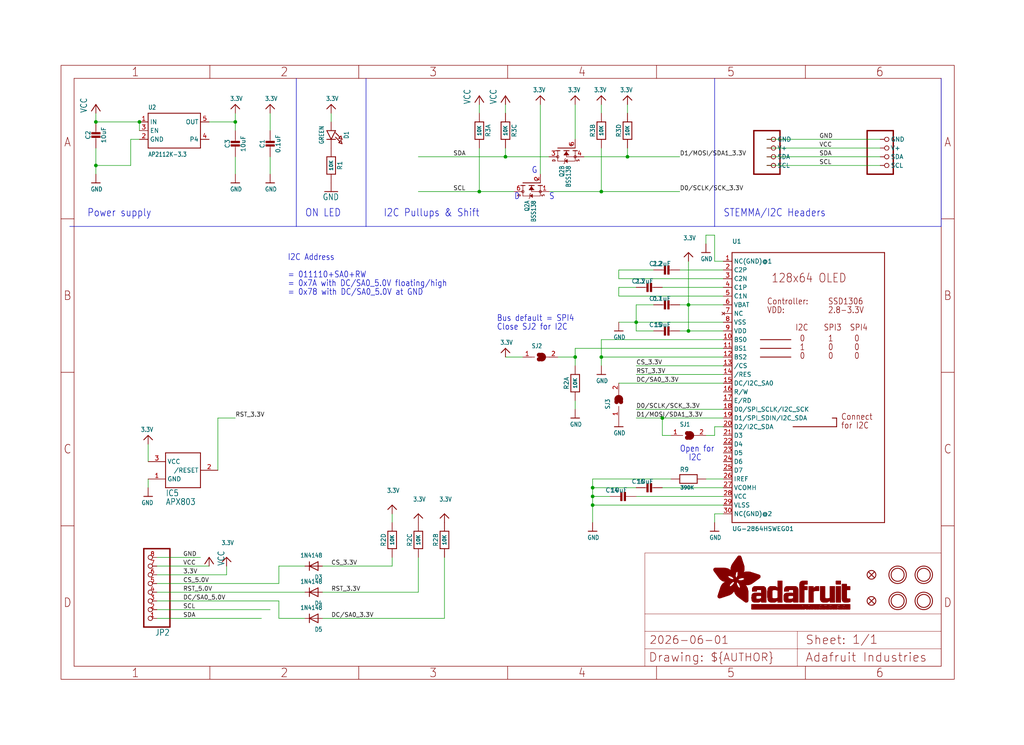
<source format=kicad_sch>
(kicad_sch (version 20230121) (generator eeschema)
  (paper "User" 298.45 217.322)
  (lib_symbols
    (symbol "working-eagle-import:3.3V" (power)
      (property "Value" "3.3V" (at -1.524 1.016 0))
      (symbol "3.3V_1_0"
        (pin power_in line (at 0 -2.54 90) (length 2.54) (name "3.3V") (number "1"))
      )
    )
    (symbol "working-eagle-import:AXP083-SAG"
      (property "Reference" "IC" (at -5.08 -7.62 0))
      (symbol "AXP083-SAG_1_0"
        (pin power_in line (at -10.16 -2.54 0) (length 5.08) (name "GND") (number "1"))
        (pin output line (at 10.16 0 180) (length 5.08) (name "/RESET") (number "2"))
        (pin power_in line (at -10.16 2.54 0) (length 5.08) (name "VCC") (number "3"))
      )
    )
    (symbol "working-eagle-import:CAP_CERAMIC0603_NO"
      (property "Reference" "C" (at -2.29 1.25 90))
      (symbol "CAP_CERAMIC0603_NO_1_0"
        (pin passive line (at 0 5.08 270) (length 2.54) (name "1") (number "1"))
        (pin passive line (at 0 -2.54 90) (length 2.54) (name "2") (number "2"))
      )
    )
    (symbol "working-eagle-import:CAP_CERAMIC0805-NOOUTLINE"
      (property "Reference" "C" (at -2.29 1.25 90))
      (symbol "CAP_CERAMIC0805-NOOUTLINE_1_0"
        (pin passive line (at 0 5.08 270) (length 2.54) (name "1") (number "1"))
        (pin passive line (at 0 -2.54 90) (length 2.54) (name "2") (number "2"))
      )
    )
    (symbol "working-eagle-import:DIODESOD-323"
      (property "Reference" "D" (at 0 2.54 0))
      (symbol "DIODESOD-323_1_0"
        (pin passive line (at -2.54 0 0) (length 2.54) (name "A") (number "A"))
        (pin passive line (at 2.54 0 180) (length 2.54) (name "C") (number "C"))
      )
    )
    (symbol "working-eagle-import:DISP_OLED_UG-2864HSWEG010.96{dblquote}"
      (property "Reference" "U" (at -22.86 40.64 0))
      (symbol "DISP_OLED_UG-2864HSWEG010.96{dblquote}_1_0"
        (text "0" (at -3.175 6.985 0) (effects (font (size 1.778 1.5113)) (justify left bottom)))
        (text "0" (at -3.175 12.065 0) (effects (font (size 1.778 1.5113)) (justify left bottom)))
        (text "0" (at 5.08 6.985 0) (effects (font (size 1.778 1.5113)) (justify left bottom)))
        (text "0" (at 5.08 9.525 0) (effects (font (size 1.778 1.5113)) (justify left bottom)))
        (text "0" (at 12.7 6.985 0) (effects (font (size 1.778 1.5113)) (justify left bottom)))
        (text "0" (at 12.7 9.525 0) (effects (font (size 1.778 1.5113)) (justify left bottom)))
        (text "0" (at 12.7 12.065 0) (effects (font (size 1.778 1.5113)) (justify left bottom)))
        (text "1" (at -3.175 9.525 0) (effects (font (size 1.778 1.5113)) (justify left bottom)))
        (text "1" (at 5.08 12.065 0) (effects (font (size 1.778 1.5113)) (justify left bottom)))
        (text "128x64 OLED" (at -11.43 29.21 0) (effects (font (size 2.54 2.159)) (justify left bottom)))
        (text "2.8-3.3V" (at 5.08 20.32 0) (effects (font (size 1.778 1.5113)) (justify left bottom)))
        (text "Connect" (at 8.89 -10.795 0) (effects (font (size 1.778 1.5113)) (justify left bottom)))
        (text "Controller:" (at -12.7 22.86 0) (effects (font (size 1.778 1.5113)) (justify left bottom)))
        (text "for I2C" (at 8.89 -13.335 0) (effects (font (size 1.778 1.5113)) (justify left bottom)))
        (text "I2C" (at -4.445 15.24 0) (effects (font (size 1.778 1.5113)) (justify left bottom)))
        (text "SPI3" (at 3.81 15.24 0) (effects (font (size 1.778 1.5113)) (justify left bottom)))
        (text "SPI4" (at 11.43 15.24 0) (effects (font (size 1.778 1.5113)) (justify left bottom)))
        (text "SSD1306" (at 5.08 22.86 0) (effects (font (size 1.778 1.5113)) (justify left bottom)))
        (text "VDD:" (at -12.7 20.32 0) (effects (font (size 1.778 1.5113)) (justify left bottom)))
        (pin input line (at -25.4 35.56 0) (length 2.54) (name "NC(GND)@1") (number "1"))
        (pin input line (at -25.4 12.7 0) (length 2.54) (name "BS0") (number "10"))
        (pin input line (at -25.4 10.16 0) (length 2.54) (name "BS1") (number "11"))
        (pin input line (at -25.4 7.62 0) (length 2.54) (name "BS2") (number "12"))
        (pin input line (at -25.4 5.08 0) (length 2.54) (name "/CS") (number "13"))
        (pin input line (at -25.4 2.54 0) (length 2.54) (name "/RES") (number "14"))
        (pin input line (at -25.4 0 0) (length 2.54) (name "DC/I2C_SA0") (number "15"))
        (pin input line (at -25.4 -2.54 0) (length 2.54) (name "R/W") (number "16"))
        (pin input line (at -25.4 -5.08 0) (length 2.54) (name "E/RD") (number "17"))
        (pin bidirectional line (at -25.4 -7.62 0) (length 2.54) (name "D0/SPI_SCLK/I2C_SCK") (number "18"))
        (pin bidirectional line (at -25.4 -10.16 0) (length 2.54) (name "D1/SPI_SDIN/I2C_SDA") (number "19"))
        (pin input line (at -25.4 33.02 0) (length 2.54) (name "C2P") (number "2"))
        (pin bidirectional line (at -25.4 -12.7 0) (length 2.54) (name "D2/I2C_SDA") (number "20"))
        (pin bidirectional line (at -25.4 -15.24 0) (length 2.54) (name "D3") (number "21"))
        (pin bidirectional line (at -25.4 -17.78 0) (length 2.54) (name "D4") (number "22"))
        (pin bidirectional line (at -25.4 -20.32 0) (length 2.54) (name "D5") (number "23"))
        (pin bidirectional line (at -25.4 -22.86 0) (length 2.54) (name "D6") (number "24"))
        (pin bidirectional line (at -25.4 -25.4 0) (length 2.54) (name "D7") (number "25"))
        (pin input line (at -25.4 -27.94 0) (length 2.54) (name "IREF") (number "26"))
        (pin output line (at -25.4 -30.48 0) (length 2.54) (name "VCOMH") (number "27"))
        (pin power_in line (at -25.4 -33.02 0) (length 2.54) (name "VCC") (number "28"))
        (pin power_in line (at -25.4 -35.56 0) (length 2.54) (name "VLSS") (number "29"))
        (pin input line (at -25.4 30.48 0) (length 2.54) (name "C2N") (number "3"))
        (pin input line (at -25.4 -38.1 0) (length 2.54) (name "NC(GND)@2") (number "30"))
        (pin input line (at -25.4 27.94 0) (length 2.54) (name "C1P") (number "4"))
        (pin input line (at -25.4 25.4 0) (length 2.54) (name "C1N") (number "5"))
        (pin input line (at -25.4 22.86 0) (length 2.54) (name "VBAT") (number "6"))
        (pin no_connect line (at -25.4 20.32 0) (length 2.54) (name "NC") (number "7"))
        (pin power_in line (at -25.4 17.78 0) (length 2.54) (name "VSS") (number "8"))
        (pin power_in line (at -25.4 15.24 0) (length 2.54) (name "VDD") (number "9"))
      )
    )
    (symbol "working-eagle-import:FIDUCIAL_1MM")
    (symbol "working-eagle-import:FRAME_A4_ADAFRUIT"
      (symbol "FRAME_A4_ADAFRUIT_1_0"
        (text "${#}/${##}" (at 230.505 10.16 0) (effects (font (size 2.54 2.54)) (justify left bottom)))
        (text "${AUTHOR}" (at 189.23 5.08 0) (effects (font (size 2.286 2.286)) (justify left bottom)))
        (text "${CURRENT_DATE}" (at 171.45 10.16 0) (effects (font (size 2.286 2.286)) (justify left bottom)))
        (text "${PROJECTNAME}" (at 171.45 15.24 0) (effects (font (size 2.54 2.54)) (justify left bottom)))
        (text "1" (at 21.6958 1.905 0) (effects (font (size 2.54 2.286))))
        (text "1" (at 21.6958 177.165 0) (effects (font (size 2.54 2.286))))
        (text "2" (at 65.0875 1.905 0) (effects (font (size 2.54 2.286))))
        (text "2" (at 65.0875 177.165 0) (effects (font (size 2.54 2.286))))
        (text "3" (at 108.4792 1.905 0) (effects (font (size 2.54 2.286))))
        (text "3" (at 108.4792 177.165 0) (effects (font (size 2.54 2.286))))
        (text "4" (at 151.8708 1.905 0) (effects (font (size 2.54 2.286))))
        (text "4" (at 151.8708 177.165 0) (effects (font (size 2.54 2.286))))
        (text "5" (at 195.2625 1.905 0) (effects (font (size 2.54 2.286))))
        (text "5" (at 195.2625 177.165 0) (effects (font (size 2.54 2.286))))
        (text "6" (at 238.6542 1.905 0) (effects (font (size 2.54 2.286))))
        (text "6" (at 238.6542 177.165 0) (effects (font (size 2.54 2.286))))
        (text "A" (at 1.905 156.6863 0) (effects (font (size 2.54 2.286))))
        (text "A" (at 258.445 156.6863 0) (effects (font (size 2.54 2.286))))
        (text "Adafruit Industries" (at 216.916 4.953 0) (effects (font (size 2.54 2.54)) (justify left bottom)))
        (text "B" (at 1.905 111.9188 0) (effects (font (size 2.54 2.286))))
        (text "B" (at 258.445 111.9188 0) (effects (font (size 2.54 2.286))))
        (text "C" (at 1.905 67.1513 0) (effects (font (size 2.54 2.286))))
        (text "C" (at 258.445 67.1513 0) (effects (font (size 2.54 2.286))))
        (text "D" (at 1.905 22.3838 0) (effects (font (size 2.54 2.286))))
        (text "D" (at 258.445 22.3838 0) (effects (font (size 2.54 2.286))))
        (text "Drawing:" (at 171.196 4.953 0) (effects (font (size 2.54 2.54)) (justify left bottom)))
        (text "Sheet:" (at 216.916 10.033 0) (effects (font (size 2.54 2.54)) (justify left bottom)))
      )
    )
    (symbol "working-eagle-import:GND" (power)
      (property "Value" "GND" (at -1.524 -2.54 0))
      (symbol "GND_1_0"
        (pin power_in line (at 0 2.54 270) (length 2.54) (name "GND") (number "1"))
      )
    )
    (symbol "working-eagle-import:HEADER-1X870MIL"
      (property "Reference" "JP" (at -6.35 13.335 0))
      (symbol "HEADER-1X870MIL_1_0"
        (pin passive inverted (at -2.54 10.16 0) (length 2.54) (name "1") (number "1"))
        (pin passive inverted (at -2.54 7.62 0) (length 2.54) (name "2") (number "2"))
        (pin passive inverted (at -2.54 5.08 0) (length 2.54) (name "3") (number "3"))
        (pin passive inverted (at -2.54 2.54 0) (length 2.54) (name "4") (number "4"))
        (pin passive inverted (at -2.54 0 0) (length 2.54) (name "5") (number "5"))
        (pin passive inverted (at -2.54 -2.54 0) (length 2.54) (name "6") (number "6"))
        (pin passive inverted (at -2.54 -5.08 0) (length 2.54) (name "7") (number "7"))
        (pin passive inverted (at -2.54 -7.62 0) (length 2.54) (name "8") (number "8"))
      )
    )
    (symbol "working-eagle-import:LED0603_NOOUTLINE"
      (property "Reference" "D" (at -1.27 4.445 0))
      (symbol "LED0603_NOOUTLINE_1_0"
        (pin passive line (at -5.08 0 0) (length 2.54) (name "A") (number "A"))
        (pin passive line (at 2.54 0 180) (length 2.54) (name "C") (number "C"))
      )
    )
    (symbol "working-eagle-import:MOSFET-N_DUAL"
      (property "Reference" "Q" (at 5.08 0.635 0))
      (symbol "MOSFET-N_DUAL_1_0"
        (text "D" (at 3.175 3.175 0) (effects (font (size 0.8128 0.6908)) (justify left bottom)))
        (text "G" (at -1.27 -1.905 0) (effects (font (size 0.8128 0.6908)) (justify left bottom)))
        (text "S" (at 3.175 -3.81 0) (effects (font (size 0.8128 0.6908)) (justify left bottom)))
        (pin bidirectional line (at 2.54 -5.08 90) (length 2.54) (name "S") (number "1"))
        (pin bidirectional line (at -2.54 -2.54 0) (length 2.54) (name "G") (number "2"))
        (pin bidirectional line (at 2.54 5.08 270) (length 2.54) (name "D") (number "6"))
      )
      (symbol "MOSFET-N_DUAL_2_0"
        (text "D" (at 3.175 3.175 0) (effects (font (size 0.8128 0.6908)) (justify left bottom)))
        (text "G" (at -1.27 -1.905 0) (effects (font (size 0.8128 0.6908)) (justify left bottom)))
        (text "S" (at 3.175 -3.81 0) (effects (font (size 0.8128 0.6908)) (justify left bottom)))
        (pin bidirectional line (at 2.54 5.08 270) (length 2.54) (name "D") (number "3"))
        (pin bidirectional line (at 2.54 -5.08 90) (length 2.54) (name "S") (number "4"))
        (pin bidirectional line (at -2.54 -2.54 0) (length 2.54) (name "G") (number "5"))
      )
    )
    (symbol "working-eagle-import:MOUNTINGHOLE2.5")
    (symbol "working-eagle-import:RESISTOR_0603_NOOUT"
      (property "Reference" "R" (at 0 2.54 0))
      (symbol "RESISTOR_0603_NOOUT_1_0"
        (pin passive line (at -5.08 0 0) (length 2.54) (name "1") (number "1"))
        (pin passive line (at 5.08 0 180) (length 2.54) (name "2") (number "2"))
      )
    )
    (symbol "working-eagle-import:RESISTOR_4PACK"
      (property "Reference" "R" (at 0 2.54 0))
      (symbol "RESISTOR_4PACK_1_0"
        (pin passive line (at -5.08 0 0) (length 2.54) (name "1") (number "1"))
        (pin passive line (at 5.08 0 180) (length 2.54) (name "2") (number "8"))
      )
      (symbol "RESISTOR_4PACK_2_0"
        (pin passive line (at -5.08 0 0) (length 2.54) (name "1") (number "2"))
        (pin passive line (at 5.08 0 180) (length 2.54) (name "2") (number "7"))
      )
      (symbol "RESISTOR_4PACK_3_0"
        (pin passive line (at -5.08 0 0) (length 2.54) (name "1") (number "3"))
        (pin passive line (at 5.08 0 180) (length 2.54) (name "2") (number "6"))
      )
      (symbol "RESISTOR_4PACK_4_0"
        (pin passive line (at -5.08 0 0) (length 2.54) (name "1") (number "4"))
        (pin passive line (at 5.08 0 180) (length 2.54) (name "2") (number "5"))
      )
    )
    (symbol "working-eagle-import:SOLDERJUMPER"
      (property "Reference" "SJ" (at -2.54 2.54 0))
      (symbol "SOLDERJUMPER_1_0"
        (pin passive line (at -5.08 0 0) (length 2.54) (name "1") (number "1"))
        (pin passive line (at 5.08 0 180) (length 2.54) (name "2") (number "2"))
      )
    )
    (symbol "working-eagle-import:SOLDERJUMPERCLOSED"
      (property "Reference" "SJ" (at -2.54 2.54 0))
      (symbol "SOLDERJUMPERCLOSED_1_0"
        (pin passive line (at -5.08 0 0) (length 2.54) (name "1") (number "1"))
        (pin passive line (at 5.08 0 180) (length 2.54) (name "2") (number "2"))
      )
    )
    (symbol "working-eagle-import:STEMMA_I2C_QT"
      (symbol "STEMMA_I2C_QT_1_0"
        (pin passive inverted (at 0 5.08 0) (length 2.54) (name "GND") (number "1"))
        (pin passive inverted (at 0 2.54 0) (length 2.54) (name "V+") (number "2"))
        (pin passive inverted (at 0 0 0) (length 2.54) (name "SDA") (number "3"))
        (pin passive inverted (at 0 -2.54 0) (length 2.54) (name "SCL") (number "4"))
      )
      (symbol "STEMMA_I2C_QT_2_0"
        (pin bidirectional line (at 0 0 0) (length 5.08) (name "MT") (number "MT1"))
      )
      (symbol "STEMMA_I2C_QT_3_0"
        (pin bidirectional line (at 0 0 0) (length 5.08) (name "MT") (number "MT2"))
      )
    )
    (symbol "working-eagle-import:VCC" (power)
      (property "Value" "VCC" (at -2.54 -2.54 90))
      (symbol "VCC_1_0"
        (pin power_in line (at 0 -2.54 90) (length 2.54) (name "VCC") (number "1"))
      )
    )
    (symbol "working-eagle-import:VREG_SOT23-5"
      (property "Reference" "U" (at -7.62 6.096 0))
      (symbol "VREG_SOT23-5_1_0"
        (pin power_in line (at -10.16 2.54 0) (length 2.54) (name "IN") (number "1"))
        (pin power_in line (at -10.16 -2.54 0) (length 2.54) (name "GND") (number "2"))
        (pin input line (at -10.16 0 0) (length 2.54) (name "EN") (number "3"))
        (pin bidirectional line (at 10.16 -2.54 180) (length 2.54) (name "P4") (number "4"))
        (pin power_in line (at 10.16 2.54 180) (length 2.54) (name "OUT") (number "5"))
      )
    )
    (symbol "working-eagle-import:supply1_GND" (power)
      (property "Value" "supply1_GND" (at -2.54 -2.54 0))
      (symbol "supply1_GND_1_0"
        (pin power_in line (at 0 2.54 270) (length 2.54) (name "GND") (number "1"))
      )
    )
  )
  (junction (at 185.42 93.98))
  (junction (at 147.32 45.72))
  (junction (at 139.7 55.88))
  (junction (at 200.66 88.9))
  (junction (at 68.58 35.56))
  (junction (at 182.88 45.72))
  (junction (at 193.04 121.92))
  (junction (at 27.94 48.26))
  (junction (at 175.26 55.88))
  (junction (at 40.64 35.56))
  (junction (at 27.94 35.56))
  (junction (at 172.72 142.24))
  (junction (at 200.66 96.52))
  (junction (at 167.64 104.14))
  (junction (at 172.72 144.78))
  (junction (at 175.26 104.14))
  (junction (at 172.72 147.32))
  (wire (pts (xy 167.64 101.6) (xy 167.64 104.14)) (stroke (width 0.1524)))
  (wire (pts (xy 177.8 144.78) (xy 172.72 144.78)) (stroke (width 0.1524)))
  (polyline (pts (xy 274.32 22.86) (xy 274.32 66.04)) (stroke (width 0.1524) (type solid)))
  (wire (pts (xy 81.28 175.26) (xy 81.28 180.34)) (stroke (width 0.1524)))
  (wire (pts (xy 121.92 172.72) (xy 121.92 162.56)) (stroke (width 0.1524)))
  (wire (pts (xy 172.72 144.78) (xy 172.72 142.24)) (stroke (width 0.1524)))
  (wire (pts (xy 147.32 33.02) (xy 147.32 30.48)) (stroke (width 0.1524)))
  (wire (pts (xy 210.82 119.38) (xy 185.42 119.38)) (stroke (width 0.1524)))
  (wire (pts (xy 152.4 104.14) (xy 147.32 104.14)) (stroke (width 0.1524)))
  (wire (pts (xy 185.42 88.9) (xy 185.42 93.98)) (stroke (width 0.1524)))
  (wire (pts (xy 38.1 48.26) (xy 27.94 48.26)) (stroke (width 0.1524)))
  (wire (pts (xy 40.64 38.1) (xy 40.64 35.56)) (stroke (width 0.1524)))
  (wire (pts (xy 210.82 109.22) (xy 185.42 109.22)) (stroke (width 0.1524)))
  (wire (pts (xy 208.28 68.58) (xy 205.74 68.58)) (stroke (width 0.1524)))
  (wire (pts (xy 172.72 142.24) (xy 172.72 139.7)) (stroke (width 0.1524)))
  (wire (pts (xy 68.58 35.56) (xy 68.58 38.1)) (stroke (width 0.1524)))
  (wire (pts (xy 200.66 96.52) (xy 198.12 96.52)) (stroke (width 0.1524)))
  (wire (pts (xy 208.28 127) (xy 205.74 127)) (stroke (width 0.1524)))
  (wire (pts (xy 139.7 43.18) (xy 139.7 55.88)) (stroke (width 0.1524)))
  (wire (pts (xy 172.72 139.7) (xy 195.58 139.7)) (stroke (width 0.1524)))
  (wire (pts (xy 147.32 43.18) (xy 147.32 45.72)) (stroke (width 0.1524)))
  (wire (pts (xy 27.94 48.26) (xy 27.94 43.18)) (stroke (width 0.1524)))
  (wire (pts (xy 172.72 147.32) (xy 172.72 144.78)) (stroke (width 0.1524)))
  (wire (pts (xy 78.74 45.72) (xy 78.74 50.8)) (stroke (width 0.1524)))
  (wire (pts (xy 63.5 121.92) (xy 68.58 121.92)) (stroke (width 0.1524)))
  (wire (pts (xy 210.82 88.9) (xy 200.66 88.9)) (stroke (width 0.1524)))
  (wire (pts (xy 210.82 149.86) (xy 208.28 149.86)) (stroke (width 0.1524)))
  (wire (pts (xy 256.54 45.72) (xy 223.52 45.72)) (stroke (width 0.1524)))
  (wire (pts (xy 193.04 121.92) (xy 185.42 121.92)) (stroke (width 0.1524)))
  (wire (pts (xy 190.5 78.74) (xy 180.34 78.74)) (stroke (width 0.1524)))
  (wire (pts (xy 182.88 33.02) (xy 182.88 30.48)) (stroke (width 0.1524)))
  (wire (pts (xy 175.26 55.88) (xy 198.12 55.88)) (stroke (width 0.1524)))
  (wire (pts (xy 93.98 165.1) (xy 114.3 165.1)) (stroke (width 0.1524)))
  (wire (pts (xy 200.66 88.9) (xy 198.12 88.9)) (stroke (width 0.1524)))
  (wire (pts (xy 210.82 124.46) (xy 208.28 124.46)) (stroke (width 0.1524)))
  (wire (pts (xy 167.64 119.38) (xy 167.64 116.84)) (stroke (width 0.1524)))
  (wire (pts (xy 182.88 43.18) (xy 182.88 45.72)) (stroke (width 0.1524)))
  (wire (pts (xy 210.82 147.32) (xy 172.72 147.32)) (stroke (width 0.1524)))
  (wire (pts (xy 167.64 101.6) (xy 210.82 101.6)) (stroke (width 0.1524)))
  (wire (pts (xy 170.18 45.72) (xy 182.88 45.72)) (stroke (width 0.1524)))
  (wire (pts (xy 81.28 170.18) (xy 81.28 165.1)) (stroke (width 0.1524)))
  (wire (pts (xy 43.18 134.62) (xy 43.18 129.54)) (stroke (width 0.1524)))
  (wire (pts (xy 180.34 78.74) (xy 180.34 81.28)) (stroke (width 0.1524)))
  (wire (pts (xy 160.02 55.88) (xy 175.26 55.88)) (stroke (width 0.1524)))
  (wire (pts (xy 185.42 96.52) (xy 185.42 93.98)) (stroke (width 0.1524)))
  (wire (pts (xy 208.28 124.46) (xy 208.28 127)) (stroke (width 0.1524)))
  (wire (pts (xy 139.7 30.48) (xy 139.7 33.02)) (stroke (width 0.1524)))
  (wire (pts (xy 27.94 33.02) (xy 27.94 35.56)) (stroke (width 0.1524)))
  (wire (pts (xy 81.28 165.1) (xy 88.9 165.1)) (stroke (width 0.1524)))
  (polyline (pts (xy 106.68 66.04) (xy 208.28 66.04)) (stroke (width 0.1524) (type solid)))
  (wire (pts (xy 210.82 76.2) (xy 208.28 76.2)) (stroke (width 0.1524)))
  (polyline (pts (xy 208.28 22.86) (xy 208.28 66.04)) (stroke (width 0.1524) (type solid)))
  (wire (pts (xy 149.86 55.88) (xy 139.7 55.88)) (stroke (width 0.1524)))
  (wire (pts (xy 40.64 40.64) (xy 38.1 40.64)) (stroke (width 0.1524)))
  (wire (pts (xy 68.58 35.56) (xy 68.58 33.02)) (stroke (width 0.1524)))
  (wire (pts (xy 45.72 162.56) (xy 58.42 162.56)) (stroke (width 0.1524)))
  (wire (pts (xy 175.26 33.02) (xy 175.26 30.48)) (stroke (width 0.1524)))
  (wire (pts (xy 208.28 76.2) (xy 208.28 68.58)) (stroke (width 0.1524)))
  (wire (pts (xy 45.72 177.8) (xy 78.74 177.8)) (stroke (width 0.1524)))
  (wire (pts (xy 180.34 86.36) (xy 210.82 86.36)) (stroke (width 0.1524)))
  (wire (pts (xy 45.72 175.26) (xy 81.28 175.26)) (stroke (width 0.1524)))
  (wire (pts (xy 210.82 106.68) (xy 185.42 106.68)) (stroke (width 0.1524)))
  (wire (pts (xy 147.32 45.72) (xy 121.92 45.72)) (stroke (width 0.1524)))
  (wire (pts (xy 223.52 48.26) (xy 256.54 48.26)) (stroke (width 0.1524)))
  (wire (pts (xy 210.82 139.7) (xy 205.74 139.7)) (stroke (width 0.1524)))
  (wire (pts (xy 200.66 88.9) (xy 200.66 96.52)) (stroke (width 0.1524)))
  (wire (pts (xy 43.18 139.7) (xy 43.18 142.24)) (stroke (width 0.1524)))
  (wire (pts (xy 160.02 45.72) (xy 147.32 45.72)) (stroke (width 0.1524)))
  (wire (pts (xy 45.72 180.34) (xy 76.2 180.34)) (stroke (width 0.1524)))
  (wire (pts (xy 210.82 104.14) (xy 175.26 104.14)) (stroke (width 0.1524)))
  (polyline (pts (xy 20.32 66.04) (xy 86.36 66.04)) (stroke (width 0.1524) (type solid)))
  (wire (pts (xy 93.98 172.72) (xy 121.92 172.72)) (stroke (width 0.1524)))
  (wire (pts (xy 139.7 55.88) (xy 121.92 55.88)) (stroke (width 0.1524)))
  (wire (pts (xy 175.26 104.14) (xy 175.26 106.68)) (stroke (width 0.1524)))
  (wire (pts (xy 45.72 170.18) (xy 81.28 170.18)) (stroke (width 0.1524)))
  (wire (pts (xy 157.48 50.8) (xy 157.48 30.48)) (stroke (width 0.1524)))
  (wire (pts (xy 172.72 147.32) (xy 172.72 152.4)) (stroke (width 0.1524)))
  (wire (pts (xy 180.34 83.82) (xy 180.34 86.36)) (stroke (width 0.1524)))
  (wire (pts (xy 200.66 76.2) (xy 200.66 88.9)) (stroke (width 0.1524)))
  (wire (pts (xy 114.3 149.86) (xy 114.3 152.4)) (stroke (width 0.1524)))
  (wire (pts (xy 93.98 180.34) (xy 129.54 180.34)) (stroke (width 0.1524)))
  (wire (pts (xy 27.94 48.26) (xy 27.94 50.8)) (stroke (width 0.1524)))
  (wire (pts (xy 78.74 33.02) (xy 78.74 38.1)) (stroke (width 0.1524)))
  (wire (pts (xy 210.82 121.92) (xy 193.04 121.92)) (stroke (width 0.1524)))
  (wire (pts (xy 45.72 167.64) (xy 66.04 167.64)) (stroke (width 0.1524)))
  (wire (pts (xy 210.82 144.78) (xy 185.42 144.78)) (stroke (width 0.1524)))
  (wire (pts (xy 66.04 167.64) (xy 66.04 165.1)) (stroke (width 0.1524)))
  (wire (pts (xy 45.72 172.72) (xy 88.9 172.72)) (stroke (width 0.1524)))
  (wire (pts (xy 182.88 45.72) (xy 198.12 45.72)) (stroke (width 0.1524)))
  (wire (pts (xy 45.72 165.1) (xy 60.96 165.1)) (stroke (width 0.1524)))
  (wire (pts (xy 185.42 83.82) (xy 180.34 83.82)) (stroke (width 0.1524)))
  (wire (pts (xy 81.28 180.34) (xy 88.9 180.34)) (stroke (width 0.1524)))
  (polyline (pts (xy 106.68 22.86) (xy 106.68 66.04)) (stroke (width 0.1524) (type solid)))
  (wire (pts (xy 223.52 43.18) (xy 256.54 43.18)) (stroke (width 0.1524)))
  (wire (pts (xy 205.74 68.58) (xy 205.74 71.12)) (stroke (width 0.1524)))
  (wire (pts (xy 68.58 45.72) (xy 68.58 50.8)) (stroke (width 0.1524)))
  (wire (pts (xy 210.82 93.98) (xy 185.42 93.98)) (stroke (width 0.1524)))
  (wire (pts (xy 167.64 104.14) (xy 167.64 106.68)) (stroke (width 0.1524)))
  (wire (pts (xy 185.42 93.98) (xy 180.34 93.98)) (stroke (width 0.1524)))
  (wire (pts (xy 114.3 165.1) (xy 114.3 162.56)) (stroke (width 0.1524)))
  (wire (pts (xy 167.64 40.64) (xy 167.64 30.48)) (stroke (width 0.1524)))
  (wire (pts (xy 210.82 99.06) (xy 175.26 99.06)) (stroke (width 0.1524)))
  (polyline (pts (xy 208.28 66.04) (xy 274.32 66.04)) (stroke (width 0.1524) (type solid)))
  (wire (pts (xy 195.58 127) (xy 193.04 127)) (stroke (width 0.1524)))
  (wire (pts (xy 210.82 78.74) (xy 198.12 78.74)) (stroke (width 0.1524)))
  (wire (pts (xy 60.96 35.56) (xy 68.58 35.56)) (stroke (width 0.1524)))
  (wire (pts (xy 63.5 137.16) (xy 63.5 121.92)) (stroke (width 0.1524)))
  (wire (pts (xy 190.5 88.9) (xy 185.42 88.9)) (stroke (width 0.1524)))
  (wire (pts (xy 40.64 35.56) (xy 27.94 35.56)) (stroke (width 0.1524)))
  (wire (pts (xy 129.54 180.34) (xy 129.54 162.56)) (stroke (width 0.1524)))
  (wire (pts (xy 175.26 99.06) (xy 175.26 104.14)) (stroke (width 0.1524)))
  (wire (pts (xy 210.82 111.76) (xy 180.34 111.76)) (stroke (width 0.1524)))
  (wire (pts (xy 190.5 96.52) (xy 185.42 96.52)) (stroke (width 0.1524)))
  (wire (pts (xy 193.04 127) (xy 193.04 121.92)) (stroke (width 0.1524)))
  (polyline (pts (xy 86.36 66.04) (xy 106.68 66.04)) (stroke (width 0.1524) (type solid)))
  (wire (pts (xy 208.28 149.86) (xy 208.28 152.4)) (stroke (width 0.1524)))
  (wire (pts (xy 185.42 142.24) (xy 172.72 142.24)) (stroke (width 0.1524)))
  (wire (pts (xy 210.82 142.24) (xy 193.04 142.24)) (stroke (width 0.1524)))
  (wire (pts (xy 210.82 83.82) (xy 193.04 83.82)) (stroke (width 0.1524)))
  (wire (pts (xy 256.54 40.64) (xy 223.52 40.64)) (stroke (width 0.1524)))
  (wire (pts (xy 96.52 35.56) (xy 96.52 33.02)) (stroke (width 0.1524)))
  (wire (pts (xy 180.34 81.28) (xy 210.82 81.28)) (stroke (width 0.1524)))
  (wire (pts (xy 175.26 43.18) (xy 175.26 55.88)) (stroke (width 0.1524)))
  (wire (pts (xy 162.56 104.14) (xy 167.64 104.14)) (stroke (width 0.1524)))
  (wire (pts (xy 210.82 96.52) (xy 200.66 96.52)) (stroke (width 0.1524)))
  (wire (pts (xy 38.1 40.64) (xy 38.1 48.26)) (stroke (width 0.1524)))
  (polyline (pts (xy 86.36 22.86) (xy 86.36 66.04)) (stroke (width 0.1524) (type solid)))
  (text "Power supply" (at 25.4 63.5 0) (effects (font (size 2.1844 1.8567)) (justify left bottom)))
  (text "Bus default = SPI4" (at 144.78 93.98 0) (effects (font (size 1.778 1.5113)) (justify left bottom)))
  (text "D" (at 149.86 58.42 0) (effects (font (size 1.778 1.5113)) (justify left bottom)))
  (text "I2C Address" (at 83.82 76.2 0) (effects (font (size 1.778 1.5113)) (justify left bottom)))
  (text "I2C" (at 200.66 134.62 0) (effects (font (size 1.778 1.5113)) (justify left bottom)))
  (text "Open for" (at 198.12 132.08 0) (effects (font (size 1.778 1.5113)) (justify left bottom)))
  (text "S" (at 160.02 58.42 0) (effects (font (size 1.778 1.5113)) (justify left bottom)))
  (text "= 0x7A with DC/SA0_5.0V floating/high" (at 83.82 83.82 0) (effects (font (size 1.778 1.5113)) (justify left bottom)))
  (text "= 0x78 with DC/SA0_5.0V at GND" (at 83.82 86.36 0) (effects (font (size 1.778 1.5113)) (justify left bottom)))
  (text "G" (at 154.94 50.8 0) (effects (font (size 1.778 1.5113)) (justify left bottom)))
  (text "Close SJ2 for I2C" (at 144.78 96.52 0) (effects (font (size 1.778 1.5113)) (justify left bottom)))
  (text "= 011110+SA0+RW" (at 83.82 81.28 0) (effects (font (size 1.778 1.5113)) (justify left bottom)))
  (text "ON LED" (at 88.9 63.5 0) (effects (font (size 2.1844 1.8567)) (justify left bottom)))
  (text "I2C Pullups & Shift" (at 111.76 63.5 0) (effects (font (size 2.1844 1.8567)) (justify left bottom)))
  (text "STEMMA/I2C Headers" (at 210.82 63.5 0) (effects (font (size 2.1844 1.8567)) (justify left bottom)))
  (label "DC/SA0_3.3V" (at 96.52 180.34 0) (effects (font (size 1.2446 1.2446))))
  (label "3.3V" (at 53.34 167.64 0) (effects (font (size 1.2446 1.2446))))
  (label "CS_3.3V" (at 185.42 106.68 0) (effects (font (size 1.2446 1.2446))))
  (label "SCL" (at 53.34 177.8 0) (effects (font (size 1.2446 1.2446))))
  (label "RST_5.0V" (at 53.34 172.72 0) (effects (font (size 1.2446 1.2446))))
  (label "DC/SA0_3.3V" (at 185.42 111.76 0) (effects (font (size 1.2446 1.2446))))
  (label "SDA" (at 132.08 45.72 0) (effects (font (size 1.2446 1.2446))))
  (label "D1/MOSI/SDA1_3.3V" (at 198.12 45.72 0) (effects (font (size 1.2446 1.2446))))
  (label "SDA" (at 238.76 45.72 0) (effects (font (size 1.2446 1.2446))))
  (label "CS_3.3V" (at 96.52 165.1 0) (effects (font (size 1.2446 1.2446))))
  (label "SCL" (at 132.08 55.88 0) (effects (font (size 1.2446 1.2446))))
  (label "SCL" (at 238.76 48.26 0) (effects (font (size 1.2446 1.2446))))
  (label "GND" (at 53.34 162.56 0) (effects (font (size 1.2446 1.2446))))
  (label "D0/SCLK/SCK_3.3V" (at 185.42 119.38 0) (effects (font (size 1.2446 1.2446))))
  (label "RST_3.3V" (at 68.58 121.92 0) (effects (font (size 1.2446 1.2446))))
  (label "RST_3.3V" (at 185.42 109.22 0) (effects (font (size 1.2446 1.2446))))
  (label "DC/SA0_5.0V" (at 53.34 175.26 0) (effects (font (size 1.2446 1.2446))))
  (label "VCC" (at 238.76 43.18 0) (effects (font (size 1.2446 1.2446))))
  (label "GND" (at 238.76 40.64 0) (effects (font (size 1.2446 1.2446))))
  (label "D1/MOSI/SDA1_3.3V" (at 185.42 121.92 0) (effects (font (size 1.2446 1.2446))))
  (label "RST_3.3V" (at 96.52 172.72 0) (effects (font (size 1.2446 1.2446))))
  (label "VCC" (at 53.34 165.1 0) (effects (font (size 1.2446 1.2446))))
  (label "SDA" (at 53.34 180.34 0) (effects (font (size 1.2446 1.2446))))
  (label "CS_5.0V" (at 53.34 170.18 0) (effects (font (size 1.2446 1.2446))))
  (label "D0/SCLK/SCK_3.3V" (at 198.12 55.88 0) (effects (font (size 1.2446 1.2446))))
  (symbol (lib_id "working-eagle-import:STEMMA_I2C_QT") (at 256.54 45.72 0) (unit 1)
    (property "Reference" "CONN4" (effects hide))
    (property "Value" "STEMMA_I2C_QT" (effects hide))
    (property "Footprint" "working:JST_SH4" (effects hide))
  )
  (symbol (lib_id "working-eagle-import:3.3V") (at 182.88 27.94 0) (mirror y) (unit 1)
    (property "Reference" "#U$7" (effects hide))
    (property "Value" "3.3V" (at 184.404 26.924 0) (effects (font (size 1.27 1.0795)) (justify left bottom)))
  )
  (symbol (lib_id "working-eagle-import:GND") (at 78.74 53.34 0) (unit 1)
    (property "Reference" "#U$6" (effects hide))
    (property "Value" "GND" (at 77.216 55.88 0) (effects (font (size 1.27 1.0795)) (justify left bottom)))
  )
  (symbol (lib_id "working-eagle-import:3.3V") (at 129.54 149.86 0) (unit 1)
    (property "Reference" "#U$39" (effects hide))
    (property "Value" "3.3V" (at 128.016 146.304 0) (effects (font (size 1.27 1.0795)) (justify left bottom)))
  )
  (symbol (lib_id "working-eagle-import:3.3V") (at 66.04 162.56 0) (unit 1)
    (property "Reference" "#U$36" (effects hide))
    (property "Value" "3.3V" (at 64.516 159.004 0) (effects (font (size 1.27 1.0795)) (justify left bottom)))
  )
  (symbol (lib_id "working-eagle-import:GND") (at 172.72 154.94 0) (unit 1)
    (property "Reference" "#U$45" (effects hide))
    (property "Value" "GND" (at 171.196 157.48 0) (effects (font (size 1.27 1.0795)) (justify left bottom)))
  )
  (symbol (lib_id "working-eagle-import:RESISTOR_0603_NOOUT") (at 96.52 48.26 270) (unit 1)
    (property "Reference" "R1" (at 99.06 48.26 0))
    (property "Value" "10K" (at 96.52 48.26 0) (effects (font (size 1.016 1.016) bold)))
    (property "Footprint" "working:0603-NO" (effects hide))
  )
  (symbol (lib_id "working-eagle-import:DIODESOD-323") (at 91.44 165.1 180) (unit 1)
    (property "Reference" "D3" (at 93.98 167.64 0) (effects (font (size 1.27 1.0795)) (justify left bottom)))
    (property "Value" "1N4148" (at 93.98 161.29 0) (effects (font (size 1.27 1.0795)) (justify left bottom)))
    (property "Footprint" "working:SOD-323" (effects hide))
  )
  (symbol (lib_id "working-eagle-import:GND") (at 175.26 109.22 0) (unit 1)
    (property "Reference" "#U$20" (effects hide))
    (property "Value" "GND" (at 173.736 111.76 0) (effects (font (size 1.27 1.0795)) (justify left bottom)))
  )
  (symbol (lib_id "working-eagle-import:CAP_CERAMIC0805-NOOUTLINE") (at 182.88 144.78 90) (unit 1)
    (property "Reference" "C14" (at 180.34 142.24 90) (effects (justify left bottom)))
    (property "Value" "10uF" (at 182.88 142.24 90) (effects (justify left bottom)))
    (property "Footprint" "working:0805-NO" (effects hide))
  )
  (symbol (lib_id "working-eagle-import:RESISTOR_4PACK") (at 114.3 157.48 90) (unit 4)
    (property "Reference" "R2" (at 111.76 157.48 0))
    (property "Value" "10K" (at 114.3 157.48 0) (effects (font (size 1.016 1.016) bold)))
    (property "Footprint" "working:RESPACK_4X0603" (effects hide))
  )
  (symbol (lib_id "working-eagle-import:HEADER-1X870MIL") (at 43.18 170.18 180) (unit 1)
    (property "Reference" "JP2" (at 49.53 183.515 0) (effects (font (size 1.778 1.5113)) (justify left bottom)))
    (property "Value" "HEADER-1X870MIL" (effects hide))
    (property "Footprint" "working:1X08_ROUND_70" (effects hide))
  )
  (symbol (lib_id "working-eagle-import:CAP_CERAMIC0805-NOOUTLINE") (at 190.5 142.24 90) (unit 1)
    (property "Reference" "C16" (at 187.96 139.7 90) (effects (justify left bottom)))
    (property "Value" "10uF" (at 190.5 139.7 90) (effects (justify left bottom)))
    (property "Footprint" "working:0805-NO" (effects hide))
  )
  (symbol (lib_id "working-eagle-import:RESISTOR_4PACK") (at 175.26 38.1 90) (mirror x) (unit 2)
    (property "Reference" "R3" (at 172.72 38.1 0))
    (property "Value" "10K" (at 175.26 38.1 0) (effects (font (size 1.016 1.016) bold)))
    (property "Footprint" "working:RESPACK_4X0603" (effects hide))
  )
  (symbol (lib_id "working-eagle-import:VCC") (at 147.32 27.94 0) (unit 1)
    (property "Reference" "#P+2" (effects hide))
    (property "Value" "VCC" (at 144.78 30.48 90) (effects (font (size 1.778 1.5113)) (justify left bottom)))
  )
  (symbol (lib_id "working-eagle-import:RESISTOR_4PACK") (at 129.54 157.48 90) (unit 2)
    (property "Reference" "R2" (at 127 157.48 0))
    (property "Value" "10K" (at 129.54 157.48 0) (effects (font (size 1.016 1.016) bold)))
    (property "Footprint" "working:RESPACK_4X0603" (effects hide))
  )
  (symbol (lib_id "working-eagle-import:DISP_OLED_UG-2864HSWEG010.96{dblquote}") (at 236.22 111.76 0) (unit 1)
    (property "Reference" "U1" (at 213.36 71.12 0) (effects (justify left bottom)))
    (property "Value" "UG-2864HSWEG01" (at 213.36 154.94 0) (effects (justify left bottom)))
    (property "Footprint" "working:UG-2864HSWEG01_0.96IN_WRAPAROUND" (effects hide))
  )
  (symbol (lib_id "working-eagle-import:supply1_GND") (at 96.52 55.88 0) (unit 1)
    (property "Reference" "#GND6" (effects hide))
    (property "Value" "GND" (at 93.98 58.42 0) (effects (font (size 1.778 1.5113)) (justify left bottom)))
  )
  (symbol (lib_id "working-eagle-import:CAP_CERAMIC0805-NOOUTLINE") (at 27.94 40.64 0) (unit 1)
    (property "Reference" "C2" (at 25.65 39.39 90))
    (property "Value" "10uF" (at 30.24 39.39 90))
    (property "Footprint" "working:0805-NO" (effects hide))
  )
  (symbol (lib_id "working-eagle-import:VREG_SOT23-5") (at 50.8 38.1 0) (unit 1)
    (property "Reference" "U2" (at 43.18 32.004 0) (effects (font (size 1.27 1.0795)) (justify left bottom)))
    (property "Value" "AP2112K-3.3" (at 43.18 45.72 0) (effects (font (size 1.27 1.0795)) (justify left bottom)))
    (property "Footprint" "working:SOT23-5" (effects hide))
  )
  (symbol (lib_id "working-eagle-import:MOUNTINGHOLE2.5") (at 261.62 175.26 0) (unit 1)
    (property "Reference" "U$1" (effects hide))
    (property "Value" "MOUNTINGHOLE2.5" (effects hide))
    (property "Footprint" "working:MOUNTINGHOLE_2.5_PLATED" (effects hide))
  )
  (symbol (lib_id "working-eagle-import:3.3V") (at 114.3 147.32 0) (unit 1)
    (property "Reference" "#U$37" (effects hide))
    (property "Value" "3.3V" (at 112.776 143.764 0) (effects (font (size 1.27 1.0795)) (justify left bottom)))
  )
  (symbol (lib_id "working-eagle-import:3.3V") (at 175.26 27.94 0) (mirror y) (unit 1)
    (property "Reference" "#U$24" (effects hide))
    (property "Value" "3.3V" (at 176.784 26.924 0) (effects (font (size 1.27 1.0795)) (justify left bottom)))
  )
  (symbol (lib_id "working-eagle-import:DIODESOD-323") (at 91.44 172.72 180) (unit 1)
    (property "Reference" "D4" (at 93.98 175.26 0) (effects (font (size 1.27 1.0795)) (justify left bottom)))
    (property "Value" "1N4148" (at 93.98 168.91 0) (effects (font (size 1.27 1.0795)) (justify left bottom)))
    (property "Footprint" "working:SOD-323" (effects hide))
  )
  (symbol (lib_id "working-eagle-import:RESISTOR_4PACK") (at 147.32 38.1 270) (unit 3)
    (property "Reference" "R3" (at 149.86 38.1 0))
    (property "Value" "10K" (at 147.32 38.1 0) (effects (font (size 1.016 1.016) bold)))
    (property "Footprint" "working:RESPACK_4X0603" (effects hide))
  )
  (symbol (lib_id "working-eagle-import:VCC") (at 60.96 162.56 0) (mirror y) (unit 1)
    (property "Reference" "#P+4" (effects hide))
    (property "Value" "VCC" (at 63.5 165.1 90) (effects (font (size 1.778 1.5113)) (justify left bottom)))
  )
  (symbol (lib_id "working-eagle-import:SOLDERJUMPERCLOSED") (at 157.48 104.14 0) (unit 1)
    (property "Reference" "SJ2" (at 154.94 101.6 0) (effects (font (size 1.27 1.0795)) (justify left bottom)))
    (property "Value" "SOLDERJUMPERCLOSED" (effects hide))
    (property "Footprint" "working:SOLDERJUMPER_CLOSEDWIRE" (effects hide))
  )
  (symbol (lib_id "working-eagle-import:CAP_CERAMIC0603_NO") (at 195.58 88.9 90) (unit 1)
    (property "Reference" "C17" (at 193.04 86.36 90) (effects (justify left bottom)))
    (property "Value" "0.1uF" (at 195.58 86.36 90) (effects (justify left bottom)))
    (property "Footprint" "working:0603-NO" (effects hide))
  )
  (symbol (lib_id "working-eagle-import:RESISTOR_4PACK") (at 167.64 111.76 90) (unit 1)
    (property "Reference" "R2" (at 165.1 111.76 0))
    (property "Value" "10K" (at 167.64 111.76 0) (effects (font (size 1.016 1.016) bold)))
    (property "Footprint" "working:RESPACK_4X0603" (effects hide))
  )
  (symbol (lib_id "working-eagle-import:3.3V") (at 68.58 30.48 0) (unit 1)
    (property "Reference" "#U$15" (effects hide))
    (property "Value" "3.3V" (at 67.056 29.464 0) (effects (font (size 1.27 1.0795)) (justify left bottom)))
  )
  (symbol (lib_id "working-eagle-import:RESISTOR_4PACK") (at 182.88 38.1 90) (mirror x) (unit 4)
    (property "Reference" "R3" (at 180.34 38.1 0))
    (property "Value" "10K" (at 182.88 38.1 0) (effects (font (size 1.016 1.016) bold)))
    (property "Footprint" "working:RESPACK_4X0603" (effects hide))
  )
  (symbol (lib_id "working-eagle-import:RESISTOR_4PACK") (at 139.7 38.1 270) (unit 1)
    (property "Reference" "R3" (at 142.24 38.1 0))
    (property "Value" "10K" (at 139.7 38.1 0) (effects (font (size 1.016 1.016) bold)))
    (property "Footprint" "working:RESPACK_4X0603" (effects hide))
  )
  (symbol (lib_id "working-eagle-import:AXP083-SAG") (at 53.34 137.16 0) (unit 1)
    (property "Reference" "IC5" (at 48.26 144.78 0) (effects (font (size 1.778 1.5113)) (justify left bottom)))
    (property "Value" "APX803" (at 48.26 147.32 0) (effects (font (size 1.778 1.5113)) (justify left bottom)))
    (property "Footprint" "working:SOT23" (effects hide))
  )
  (symbol (lib_id "working-eagle-import:STEMMA_I2C_QT") (at 223.52 45.72 0) (unit 1)
    (property "Reference" "CONN1" (effects hide))
    (property "Value" "STEMMA_I2C_QT" (effects hide))
    (property "Footprint" "working:JST_SH4" (effects hide))
  )
  (symbol (lib_id "working-eagle-import:GND") (at 167.64 121.92 0) (unit 1)
    (property "Reference" "#U$27" (effects hide))
    (property "Value" "GND" (at 166.116 124.46 0) (effects (font (size 1.27 1.0795)) (justify left bottom)))
  )
  (symbol (lib_id "working-eagle-import:FIDUCIAL_1MM") (at 254 175.26 0) (unit 1)
    (property "Reference" "FID3" (effects hide))
    (property "Value" "FIDUCIAL_1MM" (effects hide))
    (property "Footprint" "working:FIDUCIAL_1MM" (effects hide))
  )
  (symbol (lib_id "working-eagle-import:3.3V") (at 43.18 127 0) (mirror y) (unit 1)
    (property "Reference" "#U$11" (effects hide))
    (property "Value" "3.3V" (at 44.704 125.984 0) (effects (font (size 1.27 1.0795)) (justify left bottom)))
  )
  (symbol (lib_id "working-eagle-import:CAP_CERAMIC0603_NO") (at 78.74 43.18 0) (unit 1)
    (property "Reference" "C1" (at 76.45 41.93 90))
    (property "Value" "0.1uF" (at 81.04 41.93 90))
    (property "Footprint" "working:0603-NO" (effects hide))
  )
  (symbol (lib_id "working-eagle-import:3.3V") (at 200.66 73.66 0) (unit 1)
    (property "Reference" "#U$46" (effects hide))
    (property "Value" "3.3V" (at 199.136 70.104 0) (effects (font (size 1.27 1.0795)) (justify left bottom)))
  )
  (symbol (lib_id "working-eagle-import:RESISTOR_4PACK") (at 121.92 157.48 90) (unit 3)
    (property "Reference" "R2" (at 119.38 157.48 0))
    (property "Value" "10K" (at 121.92 157.48 0) (effects (font (size 1.016 1.016) bold)))
    (property "Footprint" "working:RESPACK_4X0603" (effects hide))
  )
  (symbol (lib_id "working-eagle-import:GND") (at 180.34 96.52 0) (unit 1)
    (property "Reference" "#U$44" (effects hide))
    (property "Value" "GND" (at 178.816 99.06 0) (effects (font (size 1.27 1.0795)) (justify left bottom)))
  )
  (symbol (lib_id "working-eagle-import:RESISTOR_0603_NOOUT") (at 200.66 139.7 0) (unit 1)
    (property "Reference" "R9" (at 198.12 137.668 0) (effects (justify left bottom)))
    (property "Value" "390K" (at 198.12 142.875 0) (effects (font (size 1.016 1.016) bold) (justify left bottom)))
    (property "Footprint" "working:0603-NO" (effects hide))
  )
  (symbol (lib_id "working-eagle-import:3.3V") (at 147.32 101.6 0) (unit 1)
    (property "Reference" "#U$30" (effects hide))
    (property "Value" "3.3V" (at 145.796 100.584 0) (effects (font (size 1.27 1.0795)) (justify left bottom)))
  )
  (symbol (lib_id "working-eagle-import:GND") (at 27.94 53.34 0) (unit 1)
    (property "Reference" "#U$13" (effects hide))
    (property "Value" "GND" (at 26.416 55.88 0) (effects (font (size 1.27 1.0795)) (justify left bottom)))
  )
  (symbol (lib_id "working-eagle-import:VCC") (at 139.7 27.94 0) (unit 1)
    (property "Reference" "#P+1" (effects hide))
    (property "Value" "VCC" (at 137.16 30.48 90) (effects (font (size 1.778 1.5113)) (justify left bottom)))
  )
  (symbol (lib_id "working-eagle-import:MOUNTINGHOLE2.5") (at 269.24 167.64 0) (unit 1)
    (property "Reference" "U$19" (effects hide))
    (property "Value" "MOUNTINGHOLE2.5" (effects hide))
    (property "Footprint" "working:MOUNTINGHOLE_2.5_PLATED" (effects hide))
  )
  (symbol (lib_id "working-eagle-import:SOLDERJUMPERCLOSED") (at 200.66 127 0) (unit 1)
    (property "Reference" "SJ1" (at 198.12 124.46 0) (effects (font (size 1.27 1.0795)) (justify left bottom)))
    (property "Value" "SOLDERJUMPERCLOSED" (effects hide))
    (property "Footprint" "working:SOLDERJUMPER_CLOSEDWIRE" (effects hide))
  )
  (symbol (lib_id "working-eagle-import:MOUNTINGHOLE2.5") (at 261.62 167.64 0) (unit 1)
    (property "Reference" "U$17" (effects hide))
    (property "Value" "MOUNTINGHOLE2.5" (effects hide))
    (property "Footprint" "working:MOUNTINGHOLE_2.5_PLATED" (effects hide))
  )
  (symbol (lib_id "working-eagle-import:GND") (at 43.18 144.78 0) (mirror y) (unit 1)
    (property "Reference" "#U$2" (effects hide))
    (property "Value" "GND" (at 44.704 147.32 0) (effects (font (size 1.27 1.0795)) (justify left bottom)))
  )
  (symbol (lib_id "working-eagle-import:3.3V") (at 157.48 27.94 0) (mirror y) (unit 1)
    (property "Reference" "#U$26" (effects hide))
    (property "Value" "3.3V" (at 159.004 26.924 0) (effects (font (size 1.27 1.0795)) (justify left bottom)))
  )
  (symbol (lib_id "working-eagle-import:MOSFET-N_DUAL") (at 165.1 43.18 90) (mirror x) (unit 2)
    (property "Reference" "Q2" (at 164.465 48.26 0) (effects (font (size 1.27 1.0795)) (justify left bottom)))
    (property "Value" "BSS138" (at 166.37 48.26 0) (effects (font (size 1.27 1.0795)) (justify left bottom)))
    (property "Footprint" "working:SOT363" (effects hide))
  )
  (symbol (lib_id "working-eagle-import:GND") (at 68.58 53.34 0) (unit 1)
    (property "Reference" "#U$5" (effects hide))
    (property "Value" "GND" (at 67.056 55.88 0) (effects (font (size 1.27 1.0795)) (justify left bottom)))
  )
  (symbol (lib_id "working-eagle-import:GND") (at 180.34 124.46 0) (unit 1)
    (property "Reference" "#U$4" (effects hide))
    (property "Value" "GND" (at 178.816 127 0) (effects (font (size 1.27 1.0795)) (justify left bottom)))
  )
  (symbol (lib_id "working-eagle-import:CAP_CERAMIC0805-NOOUTLINE") (at 195.58 96.52 90) (unit 1)
    (property "Reference" "C15" (at 193.04 93.98 90) (effects (justify left bottom)))
    (property "Value" "10uF" (at 195.58 93.98 90) (effects (justify left bottom)))
    (property "Footprint" "working:0805-NO" (effects hide))
  )
  (symbol (lib_id "working-eagle-import:VCC") (at 27.94 30.48 0) (unit 1)
    (property "Reference" "#P+3" (effects hide))
    (property "Value" "VCC" (at 25.4 33.02 90) (effects (font (size 1.778 1.5113)) (justify left bottom)))
  )
  (symbol (lib_id "working-eagle-import:DIODESOD-323") (at 91.44 180.34 180) (unit 1)
    (property "Reference" "D5" (at 93.98 182.88 0) (effects (font (size 1.27 1.0795)) (justify left bottom)))
    (property "Value" "1N4148" (at 93.98 176.53 0) (effects (font (size 1.27 1.0795)) (justify left bottom)))
    (property "Footprint" "working:SOD-323" (effects hide))
  )
  (symbol (lib_id "working-eagle-import:MOUNTINGHOLE2.5") (at 269.24 175.26 0) (unit 1)
    (property "Reference" "U$21" (effects hide))
    (property "Value" "MOUNTINGHOLE2.5" (effects hide))
    (property "Footprint" "working:MOUNTINGHOLE_2.5_PLATED" (effects hide))
  )
  (symbol (lib_id "working-eagle-import:GND") (at 205.74 73.66 0) (unit 1)
    (property "Reference" "#U$42" (effects hide))
    (property "Value" "GND" (at 204.216 76.2 0) (effects (font (size 1.27 1.0795)) (justify left bottom)))
  )
  (symbol (lib_id "working-eagle-import:GND") (at 208.28 154.94 0) (unit 1)
    (property "Reference" "#U$43" (effects hide))
    (property "Value" "GND" (at 206.756 157.48 0) (effects (font (size 1.27 1.0795)) (justify left bottom)))
  )
  (symbol (lib_id "working-eagle-import:FIDUCIAL_1MM") (at 254 167.64 0) (unit 1)
    (property "Reference" "FID4" (effects hide))
    (property "Value" "FIDUCIAL_1MM" (effects hide))
    (property "Footprint" "working:FIDUCIAL_1MM" (effects hide))
  )
  (symbol (lib_id "working-eagle-import:3.3V") (at 167.64 27.94 0) (mirror y) (unit 1)
    (property "Reference" "#U$23" (effects hide))
    (property "Value" "3.3V" (at 169.164 26.924 0) (effects (font (size 1.27 1.0795)) (justify left bottom)))
  )
  (symbol (lib_id "working-eagle-import:LED0603_NOOUTLINE") (at 96.52 40.64 270) (unit 1)
    (property "Reference" "D1" (at 100.965 39.37 0) (effects (font (size 1.27 1.0795))))
    (property "Value" "GREEN" (at 93.726 39.37 0) (effects (font (size 1.27 1.0795))))
    (property "Footprint" "working:CHIPLED_0603_NOOUTLINE" (effects hide))
  )
  (symbol (lib_id "working-eagle-import:3.3V") (at 78.74 30.48 0) (unit 1)
    (property "Reference" "#U$14" (effects hide))
    (property "Value" "3.3V" (at 77.216 29.464 0) (effects (font (size 1.27 1.0795)) (justify left bottom)))
  )
  (symbol (lib_id "working-eagle-import:3.3V") (at 121.92 149.86 0) (unit 1)
    (property "Reference" "#U$38" (effects hide))
    (property "Value" "3.3V" (at 120.396 146.304 0) (effects (font (size 1.27 1.0795)) (justify left bottom)))
  )
  (symbol (lib_id "working-eagle-import:CAP_CERAMIC0805-NOOUTLINE") (at 190.5 83.82 90) (unit 1)
    (property "Reference" "C13" (at 187.96 81.28 90) (effects (justify left bottom)))
    (property "Value" "2.2uF" (at 190.5 81.28 90) (effects (justify left bottom)))
    (property "Footprint" "working:0805-NO" (effects hide))
  )
  (symbol (lib_id "working-eagle-import:CAP_CERAMIC0805-NOOUTLINE") (at 68.58 43.18 0) (unit 1)
    (property "Reference" "C3" (at 66.29 41.93 90))
    (property "Value" "10uF" (at 70.88 41.93 90))
    (property "Footprint" "working:0805-NO" (effects hide))
  )
  (symbol (lib_id "working-eagle-import:3.3V") (at 96.52 30.48 0) (unit 1)
    (property "Reference" "#U$3" (effects hide))
    (property "Value" "3.3V" (at 94.996 29.464 0) (effects (font (size 1.27 1.0795)) (justify left bottom)))
  )
  (symbol (lib_id "working-eagle-import:CAP_CERAMIC0805-NOOUTLINE") (at 195.58 78.74 90) (unit 1)
    (property "Reference" "C12" (at 193.04 76.2 90) (effects (justify left bottom)))
    (property "Value" "2.2uF" (at 195.58 76.2 90) (effects (justify left bottom)))
    (property "Footprint" "working:0805-NO" (effects hide))
  )
  (symbol (lib_id "working-eagle-import:MOSFET-N_DUAL") (at 154.94 53.34 90) (mirror x) (unit 1)
    (property "Reference" "Q2" (at 154.305 58.42 0) (effects (font (size 1.27 1.0795)) (justify left bottom)))
    (property "Value" "BSS138" (at 156.21 58.42 0) (effects (font (size 1.27 1.0795)) (justify left bottom)))
    (property "Footprint" "working:SOT363" (effects hide))
  )
  (symbol (lib_id "working-eagle-import:SOLDERJUMPER") (at 180.34 116.84 90) (unit 1)
    (property "Reference" "SJ3" (at 177.8 119.38 0) (effects (font (size 1.27 1.0795)) (justify left bottom)))
    (property "Value" "SOLDERJUMPER" (effects hide))
    (property "Footprint" "working:SOLDERJUMPER_ARROW_NOPASTE" (effects hide))
  )
  (symbol (lib_id "working-eagle-import:FRAME_A4_ADAFRUIT") (at 17.78 198.12 0) (unit 1)
    (property "Reference" "#U$18" (effects hide))
    (property "Value" "FRAME_A4_ADAFRUIT" (effects hide))
  )
)
</source>
